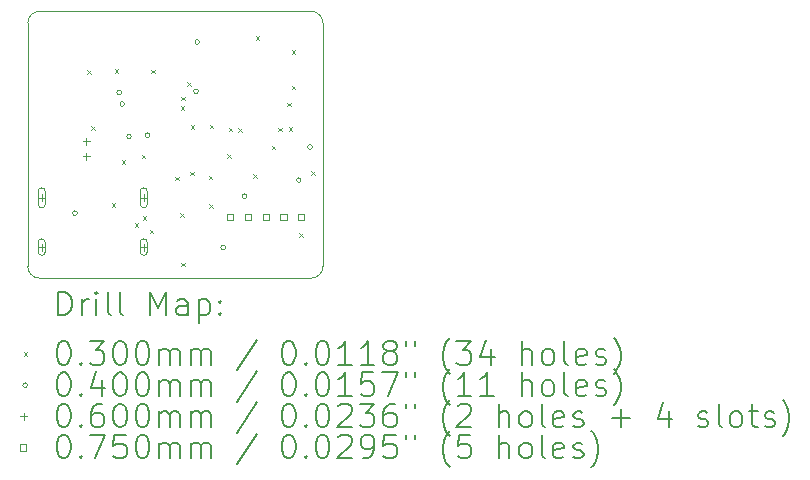
<source format=gbr>
%TF.GenerationSoftware,KiCad,Pcbnew,8.0.5-8.0.5-0~ubuntu22.04.1*%
%TF.CreationDate,2024-10-23T16:58:35-07:00*%
%TF.ProjectId,uSlime,75536c69-6d65-42e6-9b69-6361645f7063,rev?*%
%TF.SameCoordinates,Original*%
%TF.FileFunction,Drillmap*%
%TF.FilePolarity,Positive*%
%FSLAX45Y45*%
G04 Gerber Fmt 4.5, Leading zero omitted, Abs format (unit mm)*
G04 Created by KiCad (PCBNEW 8.0.5-8.0.5-0~ubuntu22.04.1) date 2024-10-23 16:58:35*
%MOMM*%
%LPD*%
G01*
G04 APERTURE LIST*
%ADD10C,0.050000*%
%ADD11C,0.200000*%
%ADD12C,0.100000*%
G04 APERTURE END LIST*
D10*
X12464289Y-8935711D02*
X10165000Y-8935000D01*
X10165000Y-11195000D02*
X12465000Y-11195000D01*
X12565000Y-11095000D02*
X12564289Y-9035711D01*
X10065000Y-9035000D02*
G75*
G02*
X10165000Y-8935000I100000J0D01*
G01*
X10065000Y-9035000D02*
X10065000Y-11095000D01*
X10165000Y-11195000D02*
G75*
G02*
X10065000Y-11095000I0J100000D01*
G01*
X12464289Y-8935711D02*
G75*
G02*
X12564289Y-9035711I1J-99999D01*
G01*
X12565000Y-11095000D02*
G75*
G02*
X12465000Y-11195000I-100000J0D01*
G01*
D11*
D12*
X10570000Y-9435000D02*
X10600000Y-9465000D01*
X10600000Y-9435000D02*
X10570000Y-9465000D01*
X10602500Y-9907500D02*
X10632500Y-9937500D01*
X10632500Y-9907500D02*
X10602500Y-9937500D01*
X10775000Y-10560000D02*
X10805000Y-10590000D01*
X10805000Y-10560000D02*
X10775000Y-10590000D01*
X10800000Y-9425000D02*
X10830000Y-9455000D01*
X10830000Y-9425000D02*
X10800000Y-9455000D01*
X10861000Y-10197300D02*
X10891000Y-10227300D01*
X10891000Y-10197300D02*
X10861000Y-10227300D01*
X10970000Y-10730000D02*
X11000000Y-10760000D01*
X11000000Y-10730000D02*
X10970000Y-10760000D01*
X11029633Y-10150000D02*
X11059633Y-10180000D01*
X11059633Y-10150000D02*
X11029633Y-10180000D01*
X11040000Y-10672300D02*
X11070000Y-10702300D01*
X11070000Y-10672300D02*
X11040000Y-10702300D01*
X11096363Y-10783276D02*
X11126363Y-10813276D01*
X11126363Y-10783276D02*
X11096363Y-10813276D01*
X11110000Y-9430000D02*
X11140000Y-9460000D01*
X11140000Y-9430000D02*
X11110000Y-9460000D01*
X11315979Y-10336517D02*
X11345979Y-10366517D01*
X11345979Y-10336517D02*
X11315979Y-10366517D01*
X11358022Y-10645439D02*
X11388022Y-10675439D01*
X11388022Y-10645439D02*
X11358022Y-10675439D01*
X11361700Y-9740000D02*
X11391700Y-9770000D01*
X11391700Y-9740000D02*
X11361700Y-9770000D01*
X11365000Y-9660000D02*
X11395000Y-9690000D01*
X11395000Y-9660000D02*
X11365000Y-9690000D01*
X11365446Y-11065000D02*
X11395446Y-11095000D01*
X11395446Y-11065000D02*
X11365446Y-11095000D01*
X11417300Y-9535000D02*
X11447300Y-9565000D01*
X11447300Y-9535000D02*
X11417300Y-9565000D01*
X11442300Y-10295000D02*
X11472300Y-10325000D01*
X11472300Y-10295000D02*
X11442300Y-10325000D01*
X11445000Y-9900000D02*
X11475000Y-9930000D01*
X11475000Y-9900000D02*
X11445000Y-9930000D01*
X11596284Y-10327607D02*
X11626284Y-10357607D01*
X11626284Y-10327607D02*
X11596284Y-10357607D01*
X11602467Y-10568267D02*
X11632467Y-10598267D01*
X11632467Y-10568267D02*
X11602467Y-10598267D01*
X11605000Y-9896422D02*
X11635000Y-9926422D01*
X11635000Y-9896422D02*
X11605000Y-9926422D01*
X11752300Y-10145000D02*
X11782300Y-10175000D01*
X11782300Y-10145000D02*
X11752300Y-10175000D01*
X11765000Y-9920000D02*
X11795000Y-9950000D01*
X11795000Y-9920000D02*
X11765000Y-9950000D01*
X11845000Y-9925000D02*
X11875000Y-9955000D01*
X11875000Y-9925000D02*
X11845000Y-9955000D01*
X11975000Y-10313400D02*
X12005000Y-10343400D01*
X12005000Y-10313400D02*
X11975000Y-10343400D01*
X11995000Y-9145000D02*
X12025000Y-9175000D01*
X12025000Y-9145000D02*
X11995000Y-9175000D01*
X12130495Y-10072598D02*
X12160495Y-10102598D01*
X12160495Y-10072598D02*
X12130495Y-10102598D01*
X12187300Y-9922804D02*
X12217300Y-9952804D01*
X12217300Y-9922804D02*
X12187300Y-9952804D01*
X12264000Y-9710000D02*
X12294000Y-9740000D01*
X12294000Y-9710000D02*
X12264000Y-9740000D01*
X12274925Y-9916526D02*
X12304925Y-9946526D01*
X12304925Y-9916526D02*
X12274925Y-9946526D01*
X12300000Y-9265000D02*
X12330000Y-9295000D01*
X12330000Y-9265000D02*
X12300000Y-9295000D01*
X12300000Y-9565000D02*
X12330000Y-9595000D01*
X12330000Y-9565000D02*
X12300000Y-9595000D01*
X12365000Y-10815400D02*
X12395000Y-10845400D01*
X12395000Y-10815400D02*
X12365000Y-10845400D01*
X12467463Y-10290224D02*
X12497463Y-10320224D01*
X12497463Y-10290224D02*
X12467463Y-10320224D01*
X10485000Y-10645000D02*
G75*
G02*
X10445000Y-10645000I-20000J0D01*
G01*
X10445000Y-10645000D02*
G75*
G02*
X10485000Y-10645000I20000J0D01*
G01*
X10860000Y-9625000D02*
G75*
G02*
X10820000Y-9625000I-20000J0D01*
G01*
X10820000Y-9625000D02*
G75*
G02*
X10860000Y-9625000I20000J0D01*
G01*
X10885000Y-9720000D02*
G75*
G02*
X10845000Y-9720000I-20000J0D01*
G01*
X10845000Y-9720000D02*
G75*
G02*
X10885000Y-9720000I20000J0D01*
G01*
X10942300Y-9995000D02*
G75*
G02*
X10902300Y-9995000I-20000J0D01*
G01*
X10902300Y-9995000D02*
G75*
G02*
X10942300Y-9995000I20000J0D01*
G01*
X11100000Y-9985000D02*
G75*
G02*
X11060000Y-9985000I-20000J0D01*
G01*
X11060000Y-9985000D02*
G75*
G02*
X11100000Y-9985000I20000J0D01*
G01*
X11510000Y-9612300D02*
G75*
G02*
X11470000Y-9612300I-20000J0D01*
G01*
X11470000Y-9612300D02*
G75*
G02*
X11510000Y-9612300I20000J0D01*
G01*
X11520000Y-9195000D02*
G75*
G02*
X11480000Y-9195000I-20000J0D01*
G01*
X11480000Y-9195000D02*
G75*
G02*
X11520000Y-9195000I20000J0D01*
G01*
X11740000Y-10935000D02*
G75*
G02*
X11700000Y-10935000I-20000J0D01*
G01*
X11700000Y-10935000D02*
G75*
G02*
X11740000Y-10935000I20000J0D01*
G01*
X11920000Y-10500000D02*
G75*
G02*
X11880000Y-10500000I-20000J0D01*
G01*
X11880000Y-10500000D02*
G75*
G02*
X11920000Y-10500000I20000J0D01*
G01*
X12380000Y-10365000D02*
G75*
G02*
X12340000Y-10365000I-20000J0D01*
G01*
X12340000Y-10365000D02*
G75*
G02*
X12380000Y-10365000I20000J0D01*
G01*
X12475000Y-10085000D02*
G75*
G02*
X12435000Y-10085000I-20000J0D01*
G01*
X12435000Y-10085000D02*
G75*
G02*
X12475000Y-10085000I20000J0D01*
G01*
X10183000Y-10484500D02*
X10183000Y-10544500D01*
X10153000Y-10514500D02*
X10213000Y-10514500D01*
X10153000Y-10459500D02*
X10153000Y-10569500D01*
X10213000Y-10569500D02*
G75*
G02*
X10153000Y-10569500I-30000J0D01*
G01*
X10213000Y-10569500D02*
X10213000Y-10459500D01*
X10213000Y-10459500D02*
G75*
G03*
X10153000Y-10459500I-30000J0D01*
G01*
X10183000Y-10902500D02*
X10183000Y-10962500D01*
X10153000Y-10932500D02*
X10213000Y-10932500D01*
X10153000Y-10892500D02*
X10153000Y-10972500D01*
X10213000Y-10972500D02*
G75*
G02*
X10153000Y-10972500I-30000J0D01*
G01*
X10213000Y-10972500D02*
X10213000Y-10892500D01*
X10213000Y-10892500D02*
G75*
G03*
X10153000Y-10892500I-30000J0D01*
G01*
X10561900Y-10007500D02*
X10561900Y-10067500D01*
X10531900Y-10037500D02*
X10591900Y-10037500D01*
X10561900Y-10132500D02*
X10561900Y-10192500D01*
X10531900Y-10162500D02*
X10591900Y-10162500D01*
X11047000Y-10484500D02*
X11047000Y-10544500D01*
X11017000Y-10514500D02*
X11077000Y-10514500D01*
X11017000Y-10459500D02*
X11017000Y-10569500D01*
X11077000Y-10569500D02*
G75*
G02*
X11017000Y-10569500I-30000J0D01*
G01*
X11077000Y-10569500D02*
X11077000Y-10459500D01*
X11077000Y-10459500D02*
G75*
G03*
X11017000Y-10459500I-30000J0D01*
G01*
X11047000Y-10902500D02*
X11047000Y-10962500D01*
X11017000Y-10932500D02*
X11077000Y-10932500D01*
X11017000Y-10892500D02*
X11017000Y-10972500D01*
X11077000Y-10972500D02*
G75*
G02*
X11017000Y-10972500I-30000J0D01*
G01*
X11077000Y-10972500D02*
X11077000Y-10892500D01*
X11077000Y-10892500D02*
G75*
G03*
X11017000Y-10892500I-30000J0D01*
G01*
X11806017Y-10706517D02*
X11806017Y-10653483D01*
X11752983Y-10653483D01*
X11752983Y-10706517D01*
X11806017Y-10706517D01*
X11956017Y-10706517D02*
X11956017Y-10653483D01*
X11902983Y-10653483D01*
X11902983Y-10706517D01*
X11956017Y-10706517D01*
X12106017Y-10706517D02*
X12106017Y-10653483D01*
X12052983Y-10653483D01*
X12052983Y-10706517D01*
X12106017Y-10706517D01*
X12256017Y-10706517D02*
X12256017Y-10653483D01*
X12202983Y-10653483D01*
X12202983Y-10706517D01*
X12256017Y-10706517D01*
X12406017Y-10706517D02*
X12406017Y-10653483D01*
X12352983Y-10653483D01*
X12352983Y-10706517D01*
X12406017Y-10706517D01*
D11*
X10323277Y-11508984D02*
X10323277Y-11308984D01*
X10323277Y-11308984D02*
X10370896Y-11308984D01*
X10370896Y-11308984D02*
X10399467Y-11318508D01*
X10399467Y-11318508D02*
X10418515Y-11337555D01*
X10418515Y-11337555D02*
X10428039Y-11356603D01*
X10428039Y-11356603D02*
X10437563Y-11394698D01*
X10437563Y-11394698D02*
X10437563Y-11423269D01*
X10437563Y-11423269D02*
X10428039Y-11461365D01*
X10428039Y-11461365D02*
X10418515Y-11480412D01*
X10418515Y-11480412D02*
X10399467Y-11499460D01*
X10399467Y-11499460D02*
X10370896Y-11508984D01*
X10370896Y-11508984D02*
X10323277Y-11508984D01*
X10523277Y-11508984D02*
X10523277Y-11375650D01*
X10523277Y-11413746D02*
X10532801Y-11394698D01*
X10532801Y-11394698D02*
X10542324Y-11385174D01*
X10542324Y-11385174D02*
X10561372Y-11375650D01*
X10561372Y-11375650D02*
X10580420Y-11375650D01*
X10647086Y-11508984D02*
X10647086Y-11375650D01*
X10647086Y-11308984D02*
X10637563Y-11318508D01*
X10637563Y-11318508D02*
X10647086Y-11328031D01*
X10647086Y-11328031D02*
X10656610Y-11318508D01*
X10656610Y-11318508D02*
X10647086Y-11308984D01*
X10647086Y-11308984D02*
X10647086Y-11328031D01*
X10770896Y-11508984D02*
X10751848Y-11499460D01*
X10751848Y-11499460D02*
X10742324Y-11480412D01*
X10742324Y-11480412D02*
X10742324Y-11308984D01*
X10875658Y-11508984D02*
X10856610Y-11499460D01*
X10856610Y-11499460D02*
X10847086Y-11480412D01*
X10847086Y-11480412D02*
X10847086Y-11308984D01*
X11104229Y-11508984D02*
X11104229Y-11308984D01*
X11104229Y-11308984D02*
X11170896Y-11451841D01*
X11170896Y-11451841D02*
X11237562Y-11308984D01*
X11237562Y-11308984D02*
X11237562Y-11508984D01*
X11418515Y-11508984D02*
X11418515Y-11404222D01*
X11418515Y-11404222D02*
X11408991Y-11385174D01*
X11408991Y-11385174D02*
X11389943Y-11375650D01*
X11389943Y-11375650D02*
X11351848Y-11375650D01*
X11351848Y-11375650D02*
X11332801Y-11385174D01*
X11418515Y-11499460D02*
X11399467Y-11508984D01*
X11399467Y-11508984D02*
X11351848Y-11508984D01*
X11351848Y-11508984D02*
X11332801Y-11499460D01*
X11332801Y-11499460D02*
X11323277Y-11480412D01*
X11323277Y-11480412D02*
X11323277Y-11461365D01*
X11323277Y-11461365D02*
X11332801Y-11442317D01*
X11332801Y-11442317D02*
X11351848Y-11432793D01*
X11351848Y-11432793D02*
X11399467Y-11432793D01*
X11399467Y-11432793D02*
X11418515Y-11423269D01*
X11513753Y-11375650D02*
X11513753Y-11575650D01*
X11513753Y-11385174D02*
X11532801Y-11375650D01*
X11532801Y-11375650D02*
X11570896Y-11375650D01*
X11570896Y-11375650D02*
X11589943Y-11385174D01*
X11589943Y-11385174D02*
X11599467Y-11394698D01*
X11599467Y-11394698D02*
X11608991Y-11413746D01*
X11608991Y-11413746D02*
X11608991Y-11470888D01*
X11608991Y-11470888D02*
X11599467Y-11489936D01*
X11599467Y-11489936D02*
X11589943Y-11499460D01*
X11589943Y-11499460D02*
X11570896Y-11508984D01*
X11570896Y-11508984D02*
X11532801Y-11508984D01*
X11532801Y-11508984D02*
X11513753Y-11499460D01*
X11694705Y-11489936D02*
X11704229Y-11499460D01*
X11704229Y-11499460D02*
X11694705Y-11508984D01*
X11694705Y-11508984D02*
X11685182Y-11499460D01*
X11685182Y-11499460D02*
X11694705Y-11489936D01*
X11694705Y-11489936D02*
X11694705Y-11508984D01*
X11694705Y-11385174D02*
X11704229Y-11394698D01*
X11704229Y-11394698D02*
X11694705Y-11404222D01*
X11694705Y-11404222D02*
X11685182Y-11394698D01*
X11685182Y-11394698D02*
X11694705Y-11385174D01*
X11694705Y-11385174D02*
X11694705Y-11404222D01*
D12*
X10032500Y-11822500D02*
X10062500Y-11852500D01*
X10062500Y-11822500D02*
X10032500Y-11852500D01*
D11*
X10361372Y-11728984D02*
X10380420Y-11728984D01*
X10380420Y-11728984D02*
X10399467Y-11738508D01*
X10399467Y-11738508D02*
X10408991Y-11748031D01*
X10408991Y-11748031D02*
X10418515Y-11767079D01*
X10418515Y-11767079D02*
X10428039Y-11805174D01*
X10428039Y-11805174D02*
X10428039Y-11852793D01*
X10428039Y-11852793D02*
X10418515Y-11890888D01*
X10418515Y-11890888D02*
X10408991Y-11909936D01*
X10408991Y-11909936D02*
X10399467Y-11919460D01*
X10399467Y-11919460D02*
X10380420Y-11928984D01*
X10380420Y-11928984D02*
X10361372Y-11928984D01*
X10361372Y-11928984D02*
X10342324Y-11919460D01*
X10342324Y-11919460D02*
X10332801Y-11909936D01*
X10332801Y-11909936D02*
X10323277Y-11890888D01*
X10323277Y-11890888D02*
X10313753Y-11852793D01*
X10313753Y-11852793D02*
X10313753Y-11805174D01*
X10313753Y-11805174D02*
X10323277Y-11767079D01*
X10323277Y-11767079D02*
X10332801Y-11748031D01*
X10332801Y-11748031D02*
X10342324Y-11738508D01*
X10342324Y-11738508D02*
X10361372Y-11728984D01*
X10513753Y-11909936D02*
X10523277Y-11919460D01*
X10523277Y-11919460D02*
X10513753Y-11928984D01*
X10513753Y-11928984D02*
X10504229Y-11919460D01*
X10504229Y-11919460D02*
X10513753Y-11909936D01*
X10513753Y-11909936D02*
X10513753Y-11928984D01*
X10589944Y-11728984D02*
X10713753Y-11728984D01*
X10713753Y-11728984D02*
X10647086Y-11805174D01*
X10647086Y-11805174D02*
X10675658Y-11805174D01*
X10675658Y-11805174D02*
X10694705Y-11814698D01*
X10694705Y-11814698D02*
X10704229Y-11824222D01*
X10704229Y-11824222D02*
X10713753Y-11843269D01*
X10713753Y-11843269D02*
X10713753Y-11890888D01*
X10713753Y-11890888D02*
X10704229Y-11909936D01*
X10704229Y-11909936D02*
X10694705Y-11919460D01*
X10694705Y-11919460D02*
X10675658Y-11928984D01*
X10675658Y-11928984D02*
X10618515Y-11928984D01*
X10618515Y-11928984D02*
X10599467Y-11919460D01*
X10599467Y-11919460D02*
X10589944Y-11909936D01*
X10837563Y-11728984D02*
X10856610Y-11728984D01*
X10856610Y-11728984D02*
X10875658Y-11738508D01*
X10875658Y-11738508D02*
X10885182Y-11748031D01*
X10885182Y-11748031D02*
X10894705Y-11767079D01*
X10894705Y-11767079D02*
X10904229Y-11805174D01*
X10904229Y-11805174D02*
X10904229Y-11852793D01*
X10904229Y-11852793D02*
X10894705Y-11890888D01*
X10894705Y-11890888D02*
X10885182Y-11909936D01*
X10885182Y-11909936D02*
X10875658Y-11919460D01*
X10875658Y-11919460D02*
X10856610Y-11928984D01*
X10856610Y-11928984D02*
X10837563Y-11928984D01*
X10837563Y-11928984D02*
X10818515Y-11919460D01*
X10818515Y-11919460D02*
X10808991Y-11909936D01*
X10808991Y-11909936D02*
X10799467Y-11890888D01*
X10799467Y-11890888D02*
X10789944Y-11852793D01*
X10789944Y-11852793D02*
X10789944Y-11805174D01*
X10789944Y-11805174D02*
X10799467Y-11767079D01*
X10799467Y-11767079D02*
X10808991Y-11748031D01*
X10808991Y-11748031D02*
X10818515Y-11738508D01*
X10818515Y-11738508D02*
X10837563Y-11728984D01*
X11028039Y-11728984D02*
X11047086Y-11728984D01*
X11047086Y-11728984D02*
X11066134Y-11738508D01*
X11066134Y-11738508D02*
X11075658Y-11748031D01*
X11075658Y-11748031D02*
X11085182Y-11767079D01*
X11085182Y-11767079D02*
X11094705Y-11805174D01*
X11094705Y-11805174D02*
X11094705Y-11852793D01*
X11094705Y-11852793D02*
X11085182Y-11890888D01*
X11085182Y-11890888D02*
X11075658Y-11909936D01*
X11075658Y-11909936D02*
X11066134Y-11919460D01*
X11066134Y-11919460D02*
X11047086Y-11928984D01*
X11047086Y-11928984D02*
X11028039Y-11928984D01*
X11028039Y-11928984D02*
X11008991Y-11919460D01*
X11008991Y-11919460D02*
X10999467Y-11909936D01*
X10999467Y-11909936D02*
X10989944Y-11890888D01*
X10989944Y-11890888D02*
X10980420Y-11852793D01*
X10980420Y-11852793D02*
X10980420Y-11805174D01*
X10980420Y-11805174D02*
X10989944Y-11767079D01*
X10989944Y-11767079D02*
X10999467Y-11748031D01*
X10999467Y-11748031D02*
X11008991Y-11738508D01*
X11008991Y-11738508D02*
X11028039Y-11728984D01*
X11180420Y-11928984D02*
X11180420Y-11795650D01*
X11180420Y-11814698D02*
X11189943Y-11805174D01*
X11189943Y-11805174D02*
X11208991Y-11795650D01*
X11208991Y-11795650D02*
X11237563Y-11795650D01*
X11237563Y-11795650D02*
X11256610Y-11805174D01*
X11256610Y-11805174D02*
X11266134Y-11824222D01*
X11266134Y-11824222D02*
X11266134Y-11928984D01*
X11266134Y-11824222D02*
X11275658Y-11805174D01*
X11275658Y-11805174D02*
X11294705Y-11795650D01*
X11294705Y-11795650D02*
X11323277Y-11795650D01*
X11323277Y-11795650D02*
X11342324Y-11805174D01*
X11342324Y-11805174D02*
X11351848Y-11824222D01*
X11351848Y-11824222D02*
X11351848Y-11928984D01*
X11447086Y-11928984D02*
X11447086Y-11795650D01*
X11447086Y-11814698D02*
X11456610Y-11805174D01*
X11456610Y-11805174D02*
X11475658Y-11795650D01*
X11475658Y-11795650D02*
X11504229Y-11795650D01*
X11504229Y-11795650D02*
X11523277Y-11805174D01*
X11523277Y-11805174D02*
X11532801Y-11824222D01*
X11532801Y-11824222D02*
X11532801Y-11928984D01*
X11532801Y-11824222D02*
X11542324Y-11805174D01*
X11542324Y-11805174D02*
X11561372Y-11795650D01*
X11561372Y-11795650D02*
X11589943Y-11795650D01*
X11589943Y-11795650D02*
X11608991Y-11805174D01*
X11608991Y-11805174D02*
X11618515Y-11824222D01*
X11618515Y-11824222D02*
X11618515Y-11928984D01*
X12008991Y-11719460D02*
X11837563Y-11976603D01*
X12266134Y-11728984D02*
X12285182Y-11728984D01*
X12285182Y-11728984D02*
X12304229Y-11738508D01*
X12304229Y-11738508D02*
X12313753Y-11748031D01*
X12313753Y-11748031D02*
X12323277Y-11767079D01*
X12323277Y-11767079D02*
X12332801Y-11805174D01*
X12332801Y-11805174D02*
X12332801Y-11852793D01*
X12332801Y-11852793D02*
X12323277Y-11890888D01*
X12323277Y-11890888D02*
X12313753Y-11909936D01*
X12313753Y-11909936D02*
X12304229Y-11919460D01*
X12304229Y-11919460D02*
X12285182Y-11928984D01*
X12285182Y-11928984D02*
X12266134Y-11928984D01*
X12266134Y-11928984D02*
X12247086Y-11919460D01*
X12247086Y-11919460D02*
X12237563Y-11909936D01*
X12237563Y-11909936D02*
X12228039Y-11890888D01*
X12228039Y-11890888D02*
X12218515Y-11852793D01*
X12218515Y-11852793D02*
X12218515Y-11805174D01*
X12218515Y-11805174D02*
X12228039Y-11767079D01*
X12228039Y-11767079D02*
X12237563Y-11748031D01*
X12237563Y-11748031D02*
X12247086Y-11738508D01*
X12247086Y-11738508D02*
X12266134Y-11728984D01*
X12418515Y-11909936D02*
X12428039Y-11919460D01*
X12428039Y-11919460D02*
X12418515Y-11928984D01*
X12418515Y-11928984D02*
X12408991Y-11919460D01*
X12408991Y-11919460D02*
X12418515Y-11909936D01*
X12418515Y-11909936D02*
X12418515Y-11928984D01*
X12551848Y-11728984D02*
X12570896Y-11728984D01*
X12570896Y-11728984D02*
X12589944Y-11738508D01*
X12589944Y-11738508D02*
X12599467Y-11748031D01*
X12599467Y-11748031D02*
X12608991Y-11767079D01*
X12608991Y-11767079D02*
X12618515Y-11805174D01*
X12618515Y-11805174D02*
X12618515Y-11852793D01*
X12618515Y-11852793D02*
X12608991Y-11890888D01*
X12608991Y-11890888D02*
X12599467Y-11909936D01*
X12599467Y-11909936D02*
X12589944Y-11919460D01*
X12589944Y-11919460D02*
X12570896Y-11928984D01*
X12570896Y-11928984D02*
X12551848Y-11928984D01*
X12551848Y-11928984D02*
X12532801Y-11919460D01*
X12532801Y-11919460D02*
X12523277Y-11909936D01*
X12523277Y-11909936D02*
X12513753Y-11890888D01*
X12513753Y-11890888D02*
X12504229Y-11852793D01*
X12504229Y-11852793D02*
X12504229Y-11805174D01*
X12504229Y-11805174D02*
X12513753Y-11767079D01*
X12513753Y-11767079D02*
X12523277Y-11748031D01*
X12523277Y-11748031D02*
X12532801Y-11738508D01*
X12532801Y-11738508D02*
X12551848Y-11728984D01*
X12808991Y-11928984D02*
X12694706Y-11928984D01*
X12751848Y-11928984D02*
X12751848Y-11728984D01*
X12751848Y-11728984D02*
X12732801Y-11757555D01*
X12732801Y-11757555D02*
X12713753Y-11776603D01*
X12713753Y-11776603D02*
X12694706Y-11786127D01*
X12999467Y-11928984D02*
X12885182Y-11928984D01*
X12942325Y-11928984D02*
X12942325Y-11728984D01*
X12942325Y-11728984D02*
X12923277Y-11757555D01*
X12923277Y-11757555D02*
X12904229Y-11776603D01*
X12904229Y-11776603D02*
X12885182Y-11786127D01*
X13113753Y-11814698D02*
X13094706Y-11805174D01*
X13094706Y-11805174D02*
X13085182Y-11795650D01*
X13085182Y-11795650D02*
X13075658Y-11776603D01*
X13075658Y-11776603D02*
X13075658Y-11767079D01*
X13075658Y-11767079D02*
X13085182Y-11748031D01*
X13085182Y-11748031D02*
X13094706Y-11738508D01*
X13094706Y-11738508D02*
X13113753Y-11728984D01*
X13113753Y-11728984D02*
X13151848Y-11728984D01*
X13151848Y-11728984D02*
X13170896Y-11738508D01*
X13170896Y-11738508D02*
X13180420Y-11748031D01*
X13180420Y-11748031D02*
X13189944Y-11767079D01*
X13189944Y-11767079D02*
X13189944Y-11776603D01*
X13189944Y-11776603D02*
X13180420Y-11795650D01*
X13180420Y-11795650D02*
X13170896Y-11805174D01*
X13170896Y-11805174D02*
X13151848Y-11814698D01*
X13151848Y-11814698D02*
X13113753Y-11814698D01*
X13113753Y-11814698D02*
X13094706Y-11824222D01*
X13094706Y-11824222D02*
X13085182Y-11833746D01*
X13085182Y-11833746D02*
X13075658Y-11852793D01*
X13075658Y-11852793D02*
X13075658Y-11890888D01*
X13075658Y-11890888D02*
X13085182Y-11909936D01*
X13085182Y-11909936D02*
X13094706Y-11919460D01*
X13094706Y-11919460D02*
X13113753Y-11928984D01*
X13113753Y-11928984D02*
X13151848Y-11928984D01*
X13151848Y-11928984D02*
X13170896Y-11919460D01*
X13170896Y-11919460D02*
X13180420Y-11909936D01*
X13180420Y-11909936D02*
X13189944Y-11890888D01*
X13189944Y-11890888D02*
X13189944Y-11852793D01*
X13189944Y-11852793D02*
X13180420Y-11833746D01*
X13180420Y-11833746D02*
X13170896Y-11824222D01*
X13170896Y-11824222D02*
X13151848Y-11814698D01*
X13266134Y-11728984D02*
X13266134Y-11767079D01*
X13342325Y-11728984D02*
X13342325Y-11767079D01*
X13637563Y-12005174D02*
X13628039Y-11995650D01*
X13628039Y-11995650D02*
X13608991Y-11967079D01*
X13608991Y-11967079D02*
X13599468Y-11948031D01*
X13599468Y-11948031D02*
X13589944Y-11919460D01*
X13589944Y-11919460D02*
X13580420Y-11871841D01*
X13580420Y-11871841D02*
X13580420Y-11833746D01*
X13580420Y-11833746D02*
X13589944Y-11786127D01*
X13589944Y-11786127D02*
X13599468Y-11757555D01*
X13599468Y-11757555D02*
X13608991Y-11738508D01*
X13608991Y-11738508D02*
X13628039Y-11709936D01*
X13628039Y-11709936D02*
X13637563Y-11700412D01*
X13694706Y-11728984D02*
X13818515Y-11728984D01*
X13818515Y-11728984D02*
X13751848Y-11805174D01*
X13751848Y-11805174D02*
X13780420Y-11805174D01*
X13780420Y-11805174D02*
X13799468Y-11814698D01*
X13799468Y-11814698D02*
X13808991Y-11824222D01*
X13808991Y-11824222D02*
X13818515Y-11843269D01*
X13818515Y-11843269D02*
X13818515Y-11890888D01*
X13818515Y-11890888D02*
X13808991Y-11909936D01*
X13808991Y-11909936D02*
X13799468Y-11919460D01*
X13799468Y-11919460D02*
X13780420Y-11928984D01*
X13780420Y-11928984D02*
X13723277Y-11928984D01*
X13723277Y-11928984D02*
X13704229Y-11919460D01*
X13704229Y-11919460D02*
X13694706Y-11909936D01*
X13989944Y-11795650D02*
X13989944Y-11928984D01*
X13942325Y-11719460D02*
X13894706Y-11862317D01*
X13894706Y-11862317D02*
X14018515Y-11862317D01*
X14247087Y-11928984D02*
X14247087Y-11728984D01*
X14332801Y-11928984D02*
X14332801Y-11824222D01*
X14332801Y-11824222D02*
X14323277Y-11805174D01*
X14323277Y-11805174D02*
X14304230Y-11795650D01*
X14304230Y-11795650D02*
X14275658Y-11795650D01*
X14275658Y-11795650D02*
X14256610Y-11805174D01*
X14256610Y-11805174D02*
X14247087Y-11814698D01*
X14456610Y-11928984D02*
X14437563Y-11919460D01*
X14437563Y-11919460D02*
X14428039Y-11909936D01*
X14428039Y-11909936D02*
X14418515Y-11890888D01*
X14418515Y-11890888D02*
X14418515Y-11833746D01*
X14418515Y-11833746D02*
X14428039Y-11814698D01*
X14428039Y-11814698D02*
X14437563Y-11805174D01*
X14437563Y-11805174D02*
X14456610Y-11795650D01*
X14456610Y-11795650D02*
X14485182Y-11795650D01*
X14485182Y-11795650D02*
X14504230Y-11805174D01*
X14504230Y-11805174D02*
X14513753Y-11814698D01*
X14513753Y-11814698D02*
X14523277Y-11833746D01*
X14523277Y-11833746D02*
X14523277Y-11890888D01*
X14523277Y-11890888D02*
X14513753Y-11909936D01*
X14513753Y-11909936D02*
X14504230Y-11919460D01*
X14504230Y-11919460D02*
X14485182Y-11928984D01*
X14485182Y-11928984D02*
X14456610Y-11928984D01*
X14637563Y-11928984D02*
X14618515Y-11919460D01*
X14618515Y-11919460D02*
X14608991Y-11900412D01*
X14608991Y-11900412D02*
X14608991Y-11728984D01*
X14789944Y-11919460D02*
X14770896Y-11928984D01*
X14770896Y-11928984D02*
X14732801Y-11928984D01*
X14732801Y-11928984D02*
X14713753Y-11919460D01*
X14713753Y-11919460D02*
X14704230Y-11900412D01*
X14704230Y-11900412D02*
X14704230Y-11824222D01*
X14704230Y-11824222D02*
X14713753Y-11805174D01*
X14713753Y-11805174D02*
X14732801Y-11795650D01*
X14732801Y-11795650D02*
X14770896Y-11795650D01*
X14770896Y-11795650D02*
X14789944Y-11805174D01*
X14789944Y-11805174D02*
X14799468Y-11824222D01*
X14799468Y-11824222D02*
X14799468Y-11843269D01*
X14799468Y-11843269D02*
X14704230Y-11862317D01*
X14875658Y-11919460D02*
X14894706Y-11928984D01*
X14894706Y-11928984D02*
X14932801Y-11928984D01*
X14932801Y-11928984D02*
X14951849Y-11919460D01*
X14951849Y-11919460D02*
X14961372Y-11900412D01*
X14961372Y-11900412D02*
X14961372Y-11890888D01*
X14961372Y-11890888D02*
X14951849Y-11871841D01*
X14951849Y-11871841D02*
X14932801Y-11862317D01*
X14932801Y-11862317D02*
X14904230Y-11862317D01*
X14904230Y-11862317D02*
X14885182Y-11852793D01*
X14885182Y-11852793D02*
X14875658Y-11833746D01*
X14875658Y-11833746D02*
X14875658Y-11824222D01*
X14875658Y-11824222D02*
X14885182Y-11805174D01*
X14885182Y-11805174D02*
X14904230Y-11795650D01*
X14904230Y-11795650D02*
X14932801Y-11795650D01*
X14932801Y-11795650D02*
X14951849Y-11805174D01*
X15028039Y-12005174D02*
X15037563Y-11995650D01*
X15037563Y-11995650D02*
X15056611Y-11967079D01*
X15056611Y-11967079D02*
X15066134Y-11948031D01*
X15066134Y-11948031D02*
X15075658Y-11919460D01*
X15075658Y-11919460D02*
X15085182Y-11871841D01*
X15085182Y-11871841D02*
X15085182Y-11833746D01*
X15085182Y-11833746D02*
X15075658Y-11786127D01*
X15075658Y-11786127D02*
X15066134Y-11757555D01*
X15066134Y-11757555D02*
X15056611Y-11738508D01*
X15056611Y-11738508D02*
X15037563Y-11709936D01*
X15037563Y-11709936D02*
X15028039Y-11700412D01*
D12*
X10062500Y-12101500D02*
G75*
G02*
X10022500Y-12101500I-20000J0D01*
G01*
X10022500Y-12101500D02*
G75*
G02*
X10062500Y-12101500I20000J0D01*
G01*
D11*
X10361372Y-11992984D02*
X10380420Y-11992984D01*
X10380420Y-11992984D02*
X10399467Y-12002508D01*
X10399467Y-12002508D02*
X10408991Y-12012031D01*
X10408991Y-12012031D02*
X10418515Y-12031079D01*
X10418515Y-12031079D02*
X10428039Y-12069174D01*
X10428039Y-12069174D02*
X10428039Y-12116793D01*
X10428039Y-12116793D02*
X10418515Y-12154888D01*
X10418515Y-12154888D02*
X10408991Y-12173936D01*
X10408991Y-12173936D02*
X10399467Y-12183460D01*
X10399467Y-12183460D02*
X10380420Y-12192984D01*
X10380420Y-12192984D02*
X10361372Y-12192984D01*
X10361372Y-12192984D02*
X10342324Y-12183460D01*
X10342324Y-12183460D02*
X10332801Y-12173936D01*
X10332801Y-12173936D02*
X10323277Y-12154888D01*
X10323277Y-12154888D02*
X10313753Y-12116793D01*
X10313753Y-12116793D02*
X10313753Y-12069174D01*
X10313753Y-12069174D02*
X10323277Y-12031079D01*
X10323277Y-12031079D02*
X10332801Y-12012031D01*
X10332801Y-12012031D02*
X10342324Y-12002508D01*
X10342324Y-12002508D02*
X10361372Y-11992984D01*
X10513753Y-12173936D02*
X10523277Y-12183460D01*
X10523277Y-12183460D02*
X10513753Y-12192984D01*
X10513753Y-12192984D02*
X10504229Y-12183460D01*
X10504229Y-12183460D02*
X10513753Y-12173936D01*
X10513753Y-12173936D02*
X10513753Y-12192984D01*
X10694705Y-12059650D02*
X10694705Y-12192984D01*
X10647086Y-11983460D02*
X10599467Y-12126317D01*
X10599467Y-12126317D02*
X10723277Y-12126317D01*
X10837563Y-11992984D02*
X10856610Y-11992984D01*
X10856610Y-11992984D02*
X10875658Y-12002508D01*
X10875658Y-12002508D02*
X10885182Y-12012031D01*
X10885182Y-12012031D02*
X10894705Y-12031079D01*
X10894705Y-12031079D02*
X10904229Y-12069174D01*
X10904229Y-12069174D02*
X10904229Y-12116793D01*
X10904229Y-12116793D02*
X10894705Y-12154888D01*
X10894705Y-12154888D02*
X10885182Y-12173936D01*
X10885182Y-12173936D02*
X10875658Y-12183460D01*
X10875658Y-12183460D02*
X10856610Y-12192984D01*
X10856610Y-12192984D02*
X10837563Y-12192984D01*
X10837563Y-12192984D02*
X10818515Y-12183460D01*
X10818515Y-12183460D02*
X10808991Y-12173936D01*
X10808991Y-12173936D02*
X10799467Y-12154888D01*
X10799467Y-12154888D02*
X10789944Y-12116793D01*
X10789944Y-12116793D02*
X10789944Y-12069174D01*
X10789944Y-12069174D02*
X10799467Y-12031079D01*
X10799467Y-12031079D02*
X10808991Y-12012031D01*
X10808991Y-12012031D02*
X10818515Y-12002508D01*
X10818515Y-12002508D02*
X10837563Y-11992984D01*
X11028039Y-11992984D02*
X11047086Y-11992984D01*
X11047086Y-11992984D02*
X11066134Y-12002508D01*
X11066134Y-12002508D02*
X11075658Y-12012031D01*
X11075658Y-12012031D02*
X11085182Y-12031079D01*
X11085182Y-12031079D02*
X11094705Y-12069174D01*
X11094705Y-12069174D02*
X11094705Y-12116793D01*
X11094705Y-12116793D02*
X11085182Y-12154888D01*
X11085182Y-12154888D02*
X11075658Y-12173936D01*
X11075658Y-12173936D02*
X11066134Y-12183460D01*
X11066134Y-12183460D02*
X11047086Y-12192984D01*
X11047086Y-12192984D02*
X11028039Y-12192984D01*
X11028039Y-12192984D02*
X11008991Y-12183460D01*
X11008991Y-12183460D02*
X10999467Y-12173936D01*
X10999467Y-12173936D02*
X10989944Y-12154888D01*
X10989944Y-12154888D02*
X10980420Y-12116793D01*
X10980420Y-12116793D02*
X10980420Y-12069174D01*
X10980420Y-12069174D02*
X10989944Y-12031079D01*
X10989944Y-12031079D02*
X10999467Y-12012031D01*
X10999467Y-12012031D02*
X11008991Y-12002508D01*
X11008991Y-12002508D02*
X11028039Y-11992984D01*
X11180420Y-12192984D02*
X11180420Y-12059650D01*
X11180420Y-12078698D02*
X11189943Y-12069174D01*
X11189943Y-12069174D02*
X11208991Y-12059650D01*
X11208991Y-12059650D02*
X11237563Y-12059650D01*
X11237563Y-12059650D02*
X11256610Y-12069174D01*
X11256610Y-12069174D02*
X11266134Y-12088222D01*
X11266134Y-12088222D02*
X11266134Y-12192984D01*
X11266134Y-12088222D02*
X11275658Y-12069174D01*
X11275658Y-12069174D02*
X11294705Y-12059650D01*
X11294705Y-12059650D02*
X11323277Y-12059650D01*
X11323277Y-12059650D02*
X11342324Y-12069174D01*
X11342324Y-12069174D02*
X11351848Y-12088222D01*
X11351848Y-12088222D02*
X11351848Y-12192984D01*
X11447086Y-12192984D02*
X11447086Y-12059650D01*
X11447086Y-12078698D02*
X11456610Y-12069174D01*
X11456610Y-12069174D02*
X11475658Y-12059650D01*
X11475658Y-12059650D02*
X11504229Y-12059650D01*
X11504229Y-12059650D02*
X11523277Y-12069174D01*
X11523277Y-12069174D02*
X11532801Y-12088222D01*
X11532801Y-12088222D02*
X11532801Y-12192984D01*
X11532801Y-12088222D02*
X11542324Y-12069174D01*
X11542324Y-12069174D02*
X11561372Y-12059650D01*
X11561372Y-12059650D02*
X11589943Y-12059650D01*
X11589943Y-12059650D02*
X11608991Y-12069174D01*
X11608991Y-12069174D02*
X11618515Y-12088222D01*
X11618515Y-12088222D02*
X11618515Y-12192984D01*
X12008991Y-11983460D02*
X11837563Y-12240603D01*
X12266134Y-11992984D02*
X12285182Y-11992984D01*
X12285182Y-11992984D02*
X12304229Y-12002508D01*
X12304229Y-12002508D02*
X12313753Y-12012031D01*
X12313753Y-12012031D02*
X12323277Y-12031079D01*
X12323277Y-12031079D02*
X12332801Y-12069174D01*
X12332801Y-12069174D02*
X12332801Y-12116793D01*
X12332801Y-12116793D02*
X12323277Y-12154888D01*
X12323277Y-12154888D02*
X12313753Y-12173936D01*
X12313753Y-12173936D02*
X12304229Y-12183460D01*
X12304229Y-12183460D02*
X12285182Y-12192984D01*
X12285182Y-12192984D02*
X12266134Y-12192984D01*
X12266134Y-12192984D02*
X12247086Y-12183460D01*
X12247086Y-12183460D02*
X12237563Y-12173936D01*
X12237563Y-12173936D02*
X12228039Y-12154888D01*
X12228039Y-12154888D02*
X12218515Y-12116793D01*
X12218515Y-12116793D02*
X12218515Y-12069174D01*
X12218515Y-12069174D02*
X12228039Y-12031079D01*
X12228039Y-12031079D02*
X12237563Y-12012031D01*
X12237563Y-12012031D02*
X12247086Y-12002508D01*
X12247086Y-12002508D02*
X12266134Y-11992984D01*
X12418515Y-12173936D02*
X12428039Y-12183460D01*
X12428039Y-12183460D02*
X12418515Y-12192984D01*
X12418515Y-12192984D02*
X12408991Y-12183460D01*
X12408991Y-12183460D02*
X12418515Y-12173936D01*
X12418515Y-12173936D02*
X12418515Y-12192984D01*
X12551848Y-11992984D02*
X12570896Y-11992984D01*
X12570896Y-11992984D02*
X12589944Y-12002508D01*
X12589944Y-12002508D02*
X12599467Y-12012031D01*
X12599467Y-12012031D02*
X12608991Y-12031079D01*
X12608991Y-12031079D02*
X12618515Y-12069174D01*
X12618515Y-12069174D02*
X12618515Y-12116793D01*
X12618515Y-12116793D02*
X12608991Y-12154888D01*
X12608991Y-12154888D02*
X12599467Y-12173936D01*
X12599467Y-12173936D02*
X12589944Y-12183460D01*
X12589944Y-12183460D02*
X12570896Y-12192984D01*
X12570896Y-12192984D02*
X12551848Y-12192984D01*
X12551848Y-12192984D02*
X12532801Y-12183460D01*
X12532801Y-12183460D02*
X12523277Y-12173936D01*
X12523277Y-12173936D02*
X12513753Y-12154888D01*
X12513753Y-12154888D02*
X12504229Y-12116793D01*
X12504229Y-12116793D02*
X12504229Y-12069174D01*
X12504229Y-12069174D02*
X12513753Y-12031079D01*
X12513753Y-12031079D02*
X12523277Y-12012031D01*
X12523277Y-12012031D02*
X12532801Y-12002508D01*
X12532801Y-12002508D02*
X12551848Y-11992984D01*
X12808991Y-12192984D02*
X12694706Y-12192984D01*
X12751848Y-12192984D02*
X12751848Y-11992984D01*
X12751848Y-11992984D02*
X12732801Y-12021555D01*
X12732801Y-12021555D02*
X12713753Y-12040603D01*
X12713753Y-12040603D02*
X12694706Y-12050127D01*
X12989944Y-11992984D02*
X12894706Y-11992984D01*
X12894706Y-11992984D02*
X12885182Y-12088222D01*
X12885182Y-12088222D02*
X12894706Y-12078698D01*
X12894706Y-12078698D02*
X12913753Y-12069174D01*
X12913753Y-12069174D02*
X12961372Y-12069174D01*
X12961372Y-12069174D02*
X12980420Y-12078698D01*
X12980420Y-12078698D02*
X12989944Y-12088222D01*
X12989944Y-12088222D02*
X12999467Y-12107269D01*
X12999467Y-12107269D02*
X12999467Y-12154888D01*
X12999467Y-12154888D02*
X12989944Y-12173936D01*
X12989944Y-12173936D02*
X12980420Y-12183460D01*
X12980420Y-12183460D02*
X12961372Y-12192984D01*
X12961372Y-12192984D02*
X12913753Y-12192984D01*
X12913753Y-12192984D02*
X12894706Y-12183460D01*
X12894706Y-12183460D02*
X12885182Y-12173936D01*
X13066134Y-11992984D02*
X13199467Y-11992984D01*
X13199467Y-11992984D02*
X13113753Y-12192984D01*
X13266134Y-11992984D02*
X13266134Y-12031079D01*
X13342325Y-11992984D02*
X13342325Y-12031079D01*
X13637563Y-12269174D02*
X13628039Y-12259650D01*
X13628039Y-12259650D02*
X13608991Y-12231079D01*
X13608991Y-12231079D02*
X13599468Y-12212031D01*
X13599468Y-12212031D02*
X13589944Y-12183460D01*
X13589944Y-12183460D02*
X13580420Y-12135841D01*
X13580420Y-12135841D02*
X13580420Y-12097746D01*
X13580420Y-12097746D02*
X13589944Y-12050127D01*
X13589944Y-12050127D02*
X13599468Y-12021555D01*
X13599468Y-12021555D02*
X13608991Y-12002508D01*
X13608991Y-12002508D02*
X13628039Y-11973936D01*
X13628039Y-11973936D02*
X13637563Y-11964412D01*
X13818515Y-12192984D02*
X13704229Y-12192984D01*
X13761372Y-12192984D02*
X13761372Y-11992984D01*
X13761372Y-11992984D02*
X13742325Y-12021555D01*
X13742325Y-12021555D02*
X13723277Y-12040603D01*
X13723277Y-12040603D02*
X13704229Y-12050127D01*
X14008991Y-12192984D02*
X13894706Y-12192984D01*
X13951848Y-12192984D02*
X13951848Y-11992984D01*
X13951848Y-11992984D02*
X13932801Y-12021555D01*
X13932801Y-12021555D02*
X13913753Y-12040603D01*
X13913753Y-12040603D02*
X13894706Y-12050127D01*
X14247087Y-12192984D02*
X14247087Y-11992984D01*
X14332801Y-12192984D02*
X14332801Y-12088222D01*
X14332801Y-12088222D02*
X14323277Y-12069174D01*
X14323277Y-12069174D02*
X14304230Y-12059650D01*
X14304230Y-12059650D02*
X14275658Y-12059650D01*
X14275658Y-12059650D02*
X14256610Y-12069174D01*
X14256610Y-12069174D02*
X14247087Y-12078698D01*
X14456610Y-12192984D02*
X14437563Y-12183460D01*
X14437563Y-12183460D02*
X14428039Y-12173936D01*
X14428039Y-12173936D02*
X14418515Y-12154888D01*
X14418515Y-12154888D02*
X14418515Y-12097746D01*
X14418515Y-12097746D02*
X14428039Y-12078698D01*
X14428039Y-12078698D02*
X14437563Y-12069174D01*
X14437563Y-12069174D02*
X14456610Y-12059650D01*
X14456610Y-12059650D02*
X14485182Y-12059650D01*
X14485182Y-12059650D02*
X14504230Y-12069174D01*
X14504230Y-12069174D02*
X14513753Y-12078698D01*
X14513753Y-12078698D02*
X14523277Y-12097746D01*
X14523277Y-12097746D02*
X14523277Y-12154888D01*
X14523277Y-12154888D02*
X14513753Y-12173936D01*
X14513753Y-12173936D02*
X14504230Y-12183460D01*
X14504230Y-12183460D02*
X14485182Y-12192984D01*
X14485182Y-12192984D02*
X14456610Y-12192984D01*
X14637563Y-12192984D02*
X14618515Y-12183460D01*
X14618515Y-12183460D02*
X14608991Y-12164412D01*
X14608991Y-12164412D02*
X14608991Y-11992984D01*
X14789944Y-12183460D02*
X14770896Y-12192984D01*
X14770896Y-12192984D02*
X14732801Y-12192984D01*
X14732801Y-12192984D02*
X14713753Y-12183460D01*
X14713753Y-12183460D02*
X14704230Y-12164412D01*
X14704230Y-12164412D02*
X14704230Y-12088222D01*
X14704230Y-12088222D02*
X14713753Y-12069174D01*
X14713753Y-12069174D02*
X14732801Y-12059650D01*
X14732801Y-12059650D02*
X14770896Y-12059650D01*
X14770896Y-12059650D02*
X14789944Y-12069174D01*
X14789944Y-12069174D02*
X14799468Y-12088222D01*
X14799468Y-12088222D02*
X14799468Y-12107269D01*
X14799468Y-12107269D02*
X14704230Y-12126317D01*
X14875658Y-12183460D02*
X14894706Y-12192984D01*
X14894706Y-12192984D02*
X14932801Y-12192984D01*
X14932801Y-12192984D02*
X14951849Y-12183460D01*
X14951849Y-12183460D02*
X14961372Y-12164412D01*
X14961372Y-12164412D02*
X14961372Y-12154888D01*
X14961372Y-12154888D02*
X14951849Y-12135841D01*
X14951849Y-12135841D02*
X14932801Y-12126317D01*
X14932801Y-12126317D02*
X14904230Y-12126317D01*
X14904230Y-12126317D02*
X14885182Y-12116793D01*
X14885182Y-12116793D02*
X14875658Y-12097746D01*
X14875658Y-12097746D02*
X14875658Y-12088222D01*
X14875658Y-12088222D02*
X14885182Y-12069174D01*
X14885182Y-12069174D02*
X14904230Y-12059650D01*
X14904230Y-12059650D02*
X14932801Y-12059650D01*
X14932801Y-12059650D02*
X14951849Y-12069174D01*
X15028039Y-12269174D02*
X15037563Y-12259650D01*
X15037563Y-12259650D02*
X15056611Y-12231079D01*
X15056611Y-12231079D02*
X15066134Y-12212031D01*
X15066134Y-12212031D02*
X15075658Y-12183460D01*
X15075658Y-12183460D02*
X15085182Y-12135841D01*
X15085182Y-12135841D02*
X15085182Y-12097746D01*
X15085182Y-12097746D02*
X15075658Y-12050127D01*
X15075658Y-12050127D02*
X15066134Y-12021555D01*
X15066134Y-12021555D02*
X15056611Y-12002508D01*
X15056611Y-12002508D02*
X15037563Y-11973936D01*
X15037563Y-11973936D02*
X15028039Y-11964412D01*
D12*
X10032500Y-12335500D02*
X10032500Y-12395500D01*
X10002500Y-12365500D02*
X10062500Y-12365500D01*
D11*
X10361372Y-12256984D02*
X10380420Y-12256984D01*
X10380420Y-12256984D02*
X10399467Y-12266508D01*
X10399467Y-12266508D02*
X10408991Y-12276031D01*
X10408991Y-12276031D02*
X10418515Y-12295079D01*
X10418515Y-12295079D02*
X10428039Y-12333174D01*
X10428039Y-12333174D02*
X10428039Y-12380793D01*
X10428039Y-12380793D02*
X10418515Y-12418888D01*
X10418515Y-12418888D02*
X10408991Y-12437936D01*
X10408991Y-12437936D02*
X10399467Y-12447460D01*
X10399467Y-12447460D02*
X10380420Y-12456984D01*
X10380420Y-12456984D02*
X10361372Y-12456984D01*
X10361372Y-12456984D02*
X10342324Y-12447460D01*
X10342324Y-12447460D02*
X10332801Y-12437936D01*
X10332801Y-12437936D02*
X10323277Y-12418888D01*
X10323277Y-12418888D02*
X10313753Y-12380793D01*
X10313753Y-12380793D02*
X10313753Y-12333174D01*
X10313753Y-12333174D02*
X10323277Y-12295079D01*
X10323277Y-12295079D02*
X10332801Y-12276031D01*
X10332801Y-12276031D02*
X10342324Y-12266508D01*
X10342324Y-12266508D02*
X10361372Y-12256984D01*
X10513753Y-12437936D02*
X10523277Y-12447460D01*
X10523277Y-12447460D02*
X10513753Y-12456984D01*
X10513753Y-12456984D02*
X10504229Y-12447460D01*
X10504229Y-12447460D02*
X10513753Y-12437936D01*
X10513753Y-12437936D02*
X10513753Y-12456984D01*
X10694705Y-12256984D02*
X10656610Y-12256984D01*
X10656610Y-12256984D02*
X10637563Y-12266508D01*
X10637563Y-12266508D02*
X10628039Y-12276031D01*
X10628039Y-12276031D02*
X10608991Y-12304603D01*
X10608991Y-12304603D02*
X10599467Y-12342698D01*
X10599467Y-12342698D02*
X10599467Y-12418888D01*
X10599467Y-12418888D02*
X10608991Y-12437936D01*
X10608991Y-12437936D02*
X10618515Y-12447460D01*
X10618515Y-12447460D02*
X10637563Y-12456984D01*
X10637563Y-12456984D02*
X10675658Y-12456984D01*
X10675658Y-12456984D02*
X10694705Y-12447460D01*
X10694705Y-12447460D02*
X10704229Y-12437936D01*
X10704229Y-12437936D02*
X10713753Y-12418888D01*
X10713753Y-12418888D02*
X10713753Y-12371269D01*
X10713753Y-12371269D02*
X10704229Y-12352222D01*
X10704229Y-12352222D02*
X10694705Y-12342698D01*
X10694705Y-12342698D02*
X10675658Y-12333174D01*
X10675658Y-12333174D02*
X10637563Y-12333174D01*
X10637563Y-12333174D02*
X10618515Y-12342698D01*
X10618515Y-12342698D02*
X10608991Y-12352222D01*
X10608991Y-12352222D02*
X10599467Y-12371269D01*
X10837563Y-12256984D02*
X10856610Y-12256984D01*
X10856610Y-12256984D02*
X10875658Y-12266508D01*
X10875658Y-12266508D02*
X10885182Y-12276031D01*
X10885182Y-12276031D02*
X10894705Y-12295079D01*
X10894705Y-12295079D02*
X10904229Y-12333174D01*
X10904229Y-12333174D02*
X10904229Y-12380793D01*
X10904229Y-12380793D02*
X10894705Y-12418888D01*
X10894705Y-12418888D02*
X10885182Y-12437936D01*
X10885182Y-12437936D02*
X10875658Y-12447460D01*
X10875658Y-12447460D02*
X10856610Y-12456984D01*
X10856610Y-12456984D02*
X10837563Y-12456984D01*
X10837563Y-12456984D02*
X10818515Y-12447460D01*
X10818515Y-12447460D02*
X10808991Y-12437936D01*
X10808991Y-12437936D02*
X10799467Y-12418888D01*
X10799467Y-12418888D02*
X10789944Y-12380793D01*
X10789944Y-12380793D02*
X10789944Y-12333174D01*
X10789944Y-12333174D02*
X10799467Y-12295079D01*
X10799467Y-12295079D02*
X10808991Y-12276031D01*
X10808991Y-12276031D02*
X10818515Y-12266508D01*
X10818515Y-12266508D02*
X10837563Y-12256984D01*
X11028039Y-12256984D02*
X11047086Y-12256984D01*
X11047086Y-12256984D02*
X11066134Y-12266508D01*
X11066134Y-12266508D02*
X11075658Y-12276031D01*
X11075658Y-12276031D02*
X11085182Y-12295079D01*
X11085182Y-12295079D02*
X11094705Y-12333174D01*
X11094705Y-12333174D02*
X11094705Y-12380793D01*
X11094705Y-12380793D02*
X11085182Y-12418888D01*
X11085182Y-12418888D02*
X11075658Y-12437936D01*
X11075658Y-12437936D02*
X11066134Y-12447460D01*
X11066134Y-12447460D02*
X11047086Y-12456984D01*
X11047086Y-12456984D02*
X11028039Y-12456984D01*
X11028039Y-12456984D02*
X11008991Y-12447460D01*
X11008991Y-12447460D02*
X10999467Y-12437936D01*
X10999467Y-12437936D02*
X10989944Y-12418888D01*
X10989944Y-12418888D02*
X10980420Y-12380793D01*
X10980420Y-12380793D02*
X10980420Y-12333174D01*
X10980420Y-12333174D02*
X10989944Y-12295079D01*
X10989944Y-12295079D02*
X10999467Y-12276031D01*
X10999467Y-12276031D02*
X11008991Y-12266508D01*
X11008991Y-12266508D02*
X11028039Y-12256984D01*
X11180420Y-12456984D02*
X11180420Y-12323650D01*
X11180420Y-12342698D02*
X11189943Y-12333174D01*
X11189943Y-12333174D02*
X11208991Y-12323650D01*
X11208991Y-12323650D02*
X11237563Y-12323650D01*
X11237563Y-12323650D02*
X11256610Y-12333174D01*
X11256610Y-12333174D02*
X11266134Y-12352222D01*
X11266134Y-12352222D02*
X11266134Y-12456984D01*
X11266134Y-12352222D02*
X11275658Y-12333174D01*
X11275658Y-12333174D02*
X11294705Y-12323650D01*
X11294705Y-12323650D02*
X11323277Y-12323650D01*
X11323277Y-12323650D02*
X11342324Y-12333174D01*
X11342324Y-12333174D02*
X11351848Y-12352222D01*
X11351848Y-12352222D02*
X11351848Y-12456984D01*
X11447086Y-12456984D02*
X11447086Y-12323650D01*
X11447086Y-12342698D02*
X11456610Y-12333174D01*
X11456610Y-12333174D02*
X11475658Y-12323650D01*
X11475658Y-12323650D02*
X11504229Y-12323650D01*
X11504229Y-12323650D02*
X11523277Y-12333174D01*
X11523277Y-12333174D02*
X11532801Y-12352222D01*
X11532801Y-12352222D02*
X11532801Y-12456984D01*
X11532801Y-12352222D02*
X11542324Y-12333174D01*
X11542324Y-12333174D02*
X11561372Y-12323650D01*
X11561372Y-12323650D02*
X11589943Y-12323650D01*
X11589943Y-12323650D02*
X11608991Y-12333174D01*
X11608991Y-12333174D02*
X11618515Y-12352222D01*
X11618515Y-12352222D02*
X11618515Y-12456984D01*
X12008991Y-12247460D02*
X11837563Y-12504603D01*
X12266134Y-12256984D02*
X12285182Y-12256984D01*
X12285182Y-12256984D02*
X12304229Y-12266508D01*
X12304229Y-12266508D02*
X12313753Y-12276031D01*
X12313753Y-12276031D02*
X12323277Y-12295079D01*
X12323277Y-12295079D02*
X12332801Y-12333174D01*
X12332801Y-12333174D02*
X12332801Y-12380793D01*
X12332801Y-12380793D02*
X12323277Y-12418888D01*
X12323277Y-12418888D02*
X12313753Y-12437936D01*
X12313753Y-12437936D02*
X12304229Y-12447460D01*
X12304229Y-12447460D02*
X12285182Y-12456984D01*
X12285182Y-12456984D02*
X12266134Y-12456984D01*
X12266134Y-12456984D02*
X12247086Y-12447460D01*
X12247086Y-12447460D02*
X12237563Y-12437936D01*
X12237563Y-12437936D02*
X12228039Y-12418888D01*
X12228039Y-12418888D02*
X12218515Y-12380793D01*
X12218515Y-12380793D02*
X12218515Y-12333174D01*
X12218515Y-12333174D02*
X12228039Y-12295079D01*
X12228039Y-12295079D02*
X12237563Y-12276031D01*
X12237563Y-12276031D02*
X12247086Y-12266508D01*
X12247086Y-12266508D02*
X12266134Y-12256984D01*
X12418515Y-12437936D02*
X12428039Y-12447460D01*
X12428039Y-12447460D02*
X12418515Y-12456984D01*
X12418515Y-12456984D02*
X12408991Y-12447460D01*
X12408991Y-12447460D02*
X12418515Y-12437936D01*
X12418515Y-12437936D02*
X12418515Y-12456984D01*
X12551848Y-12256984D02*
X12570896Y-12256984D01*
X12570896Y-12256984D02*
X12589944Y-12266508D01*
X12589944Y-12266508D02*
X12599467Y-12276031D01*
X12599467Y-12276031D02*
X12608991Y-12295079D01*
X12608991Y-12295079D02*
X12618515Y-12333174D01*
X12618515Y-12333174D02*
X12618515Y-12380793D01*
X12618515Y-12380793D02*
X12608991Y-12418888D01*
X12608991Y-12418888D02*
X12599467Y-12437936D01*
X12599467Y-12437936D02*
X12589944Y-12447460D01*
X12589944Y-12447460D02*
X12570896Y-12456984D01*
X12570896Y-12456984D02*
X12551848Y-12456984D01*
X12551848Y-12456984D02*
X12532801Y-12447460D01*
X12532801Y-12447460D02*
X12523277Y-12437936D01*
X12523277Y-12437936D02*
X12513753Y-12418888D01*
X12513753Y-12418888D02*
X12504229Y-12380793D01*
X12504229Y-12380793D02*
X12504229Y-12333174D01*
X12504229Y-12333174D02*
X12513753Y-12295079D01*
X12513753Y-12295079D02*
X12523277Y-12276031D01*
X12523277Y-12276031D02*
X12532801Y-12266508D01*
X12532801Y-12266508D02*
X12551848Y-12256984D01*
X12694706Y-12276031D02*
X12704229Y-12266508D01*
X12704229Y-12266508D02*
X12723277Y-12256984D01*
X12723277Y-12256984D02*
X12770896Y-12256984D01*
X12770896Y-12256984D02*
X12789944Y-12266508D01*
X12789944Y-12266508D02*
X12799467Y-12276031D01*
X12799467Y-12276031D02*
X12808991Y-12295079D01*
X12808991Y-12295079D02*
X12808991Y-12314127D01*
X12808991Y-12314127D02*
X12799467Y-12342698D01*
X12799467Y-12342698D02*
X12685182Y-12456984D01*
X12685182Y-12456984D02*
X12808991Y-12456984D01*
X12875658Y-12256984D02*
X12999467Y-12256984D01*
X12999467Y-12256984D02*
X12932801Y-12333174D01*
X12932801Y-12333174D02*
X12961372Y-12333174D01*
X12961372Y-12333174D02*
X12980420Y-12342698D01*
X12980420Y-12342698D02*
X12989944Y-12352222D01*
X12989944Y-12352222D02*
X12999467Y-12371269D01*
X12999467Y-12371269D02*
X12999467Y-12418888D01*
X12999467Y-12418888D02*
X12989944Y-12437936D01*
X12989944Y-12437936D02*
X12980420Y-12447460D01*
X12980420Y-12447460D02*
X12961372Y-12456984D01*
X12961372Y-12456984D02*
X12904229Y-12456984D01*
X12904229Y-12456984D02*
X12885182Y-12447460D01*
X12885182Y-12447460D02*
X12875658Y-12437936D01*
X13170896Y-12256984D02*
X13132801Y-12256984D01*
X13132801Y-12256984D02*
X13113753Y-12266508D01*
X13113753Y-12266508D02*
X13104229Y-12276031D01*
X13104229Y-12276031D02*
X13085182Y-12304603D01*
X13085182Y-12304603D02*
X13075658Y-12342698D01*
X13075658Y-12342698D02*
X13075658Y-12418888D01*
X13075658Y-12418888D02*
X13085182Y-12437936D01*
X13085182Y-12437936D02*
X13094706Y-12447460D01*
X13094706Y-12447460D02*
X13113753Y-12456984D01*
X13113753Y-12456984D02*
X13151848Y-12456984D01*
X13151848Y-12456984D02*
X13170896Y-12447460D01*
X13170896Y-12447460D02*
X13180420Y-12437936D01*
X13180420Y-12437936D02*
X13189944Y-12418888D01*
X13189944Y-12418888D02*
X13189944Y-12371269D01*
X13189944Y-12371269D02*
X13180420Y-12352222D01*
X13180420Y-12352222D02*
X13170896Y-12342698D01*
X13170896Y-12342698D02*
X13151848Y-12333174D01*
X13151848Y-12333174D02*
X13113753Y-12333174D01*
X13113753Y-12333174D02*
X13094706Y-12342698D01*
X13094706Y-12342698D02*
X13085182Y-12352222D01*
X13085182Y-12352222D02*
X13075658Y-12371269D01*
X13266134Y-12256984D02*
X13266134Y-12295079D01*
X13342325Y-12256984D02*
X13342325Y-12295079D01*
X13637563Y-12533174D02*
X13628039Y-12523650D01*
X13628039Y-12523650D02*
X13608991Y-12495079D01*
X13608991Y-12495079D02*
X13599468Y-12476031D01*
X13599468Y-12476031D02*
X13589944Y-12447460D01*
X13589944Y-12447460D02*
X13580420Y-12399841D01*
X13580420Y-12399841D02*
X13580420Y-12361746D01*
X13580420Y-12361746D02*
X13589944Y-12314127D01*
X13589944Y-12314127D02*
X13599468Y-12285555D01*
X13599468Y-12285555D02*
X13608991Y-12266508D01*
X13608991Y-12266508D02*
X13628039Y-12237936D01*
X13628039Y-12237936D02*
X13637563Y-12228412D01*
X13704229Y-12276031D02*
X13713753Y-12266508D01*
X13713753Y-12266508D02*
X13732801Y-12256984D01*
X13732801Y-12256984D02*
X13780420Y-12256984D01*
X13780420Y-12256984D02*
X13799468Y-12266508D01*
X13799468Y-12266508D02*
X13808991Y-12276031D01*
X13808991Y-12276031D02*
X13818515Y-12295079D01*
X13818515Y-12295079D02*
X13818515Y-12314127D01*
X13818515Y-12314127D02*
X13808991Y-12342698D01*
X13808991Y-12342698D02*
X13694706Y-12456984D01*
X13694706Y-12456984D02*
X13818515Y-12456984D01*
X14056610Y-12456984D02*
X14056610Y-12256984D01*
X14142325Y-12456984D02*
X14142325Y-12352222D01*
X14142325Y-12352222D02*
X14132801Y-12333174D01*
X14132801Y-12333174D02*
X14113753Y-12323650D01*
X14113753Y-12323650D02*
X14085182Y-12323650D01*
X14085182Y-12323650D02*
X14066134Y-12333174D01*
X14066134Y-12333174D02*
X14056610Y-12342698D01*
X14266134Y-12456984D02*
X14247087Y-12447460D01*
X14247087Y-12447460D02*
X14237563Y-12437936D01*
X14237563Y-12437936D02*
X14228039Y-12418888D01*
X14228039Y-12418888D02*
X14228039Y-12361746D01*
X14228039Y-12361746D02*
X14237563Y-12342698D01*
X14237563Y-12342698D02*
X14247087Y-12333174D01*
X14247087Y-12333174D02*
X14266134Y-12323650D01*
X14266134Y-12323650D02*
X14294706Y-12323650D01*
X14294706Y-12323650D02*
X14313753Y-12333174D01*
X14313753Y-12333174D02*
X14323277Y-12342698D01*
X14323277Y-12342698D02*
X14332801Y-12361746D01*
X14332801Y-12361746D02*
X14332801Y-12418888D01*
X14332801Y-12418888D02*
X14323277Y-12437936D01*
X14323277Y-12437936D02*
X14313753Y-12447460D01*
X14313753Y-12447460D02*
X14294706Y-12456984D01*
X14294706Y-12456984D02*
X14266134Y-12456984D01*
X14447087Y-12456984D02*
X14428039Y-12447460D01*
X14428039Y-12447460D02*
X14418515Y-12428412D01*
X14418515Y-12428412D02*
X14418515Y-12256984D01*
X14599468Y-12447460D02*
X14580420Y-12456984D01*
X14580420Y-12456984D02*
X14542325Y-12456984D01*
X14542325Y-12456984D02*
X14523277Y-12447460D01*
X14523277Y-12447460D02*
X14513753Y-12428412D01*
X14513753Y-12428412D02*
X14513753Y-12352222D01*
X14513753Y-12352222D02*
X14523277Y-12333174D01*
X14523277Y-12333174D02*
X14542325Y-12323650D01*
X14542325Y-12323650D02*
X14580420Y-12323650D01*
X14580420Y-12323650D02*
X14599468Y-12333174D01*
X14599468Y-12333174D02*
X14608991Y-12352222D01*
X14608991Y-12352222D02*
X14608991Y-12371269D01*
X14608991Y-12371269D02*
X14513753Y-12390317D01*
X14685182Y-12447460D02*
X14704230Y-12456984D01*
X14704230Y-12456984D02*
X14742325Y-12456984D01*
X14742325Y-12456984D02*
X14761372Y-12447460D01*
X14761372Y-12447460D02*
X14770896Y-12428412D01*
X14770896Y-12428412D02*
X14770896Y-12418888D01*
X14770896Y-12418888D02*
X14761372Y-12399841D01*
X14761372Y-12399841D02*
X14742325Y-12390317D01*
X14742325Y-12390317D02*
X14713753Y-12390317D01*
X14713753Y-12390317D02*
X14694706Y-12380793D01*
X14694706Y-12380793D02*
X14685182Y-12361746D01*
X14685182Y-12361746D02*
X14685182Y-12352222D01*
X14685182Y-12352222D02*
X14694706Y-12333174D01*
X14694706Y-12333174D02*
X14713753Y-12323650D01*
X14713753Y-12323650D02*
X14742325Y-12323650D01*
X14742325Y-12323650D02*
X14761372Y-12333174D01*
X15008992Y-12380793D02*
X15161373Y-12380793D01*
X15085182Y-12456984D02*
X15085182Y-12304603D01*
X15494706Y-12323650D02*
X15494706Y-12456984D01*
X15447087Y-12247460D02*
X15399468Y-12390317D01*
X15399468Y-12390317D02*
X15523277Y-12390317D01*
X15742325Y-12447460D02*
X15761373Y-12456984D01*
X15761373Y-12456984D02*
X15799468Y-12456984D01*
X15799468Y-12456984D02*
X15818515Y-12447460D01*
X15818515Y-12447460D02*
X15828039Y-12428412D01*
X15828039Y-12428412D02*
X15828039Y-12418888D01*
X15828039Y-12418888D02*
X15818515Y-12399841D01*
X15818515Y-12399841D02*
X15799468Y-12390317D01*
X15799468Y-12390317D02*
X15770896Y-12390317D01*
X15770896Y-12390317D02*
X15751849Y-12380793D01*
X15751849Y-12380793D02*
X15742325Y-12361746D01*
X15742325Y-12361746D02*
X15742325Y-12352222D01*
X15742325Y-12352222D02*
X15751849Y-12333174D01*
X15751849Y-12333174D02*
X15770896Y-12323650D01*
X15770896Y-12323650D02*
X15799468Y-12323650D01*
X15799468Y-12323650D02*
X15818515Y-12333174D01*
X15942325Y-12456984D02*
X15923277Y-12447460D01*
X15923277Y-12447460D02*
X15913754Y-12428412D01*
X15913754Y-12428412D02*
X15913754Y-12256984D01*
X16047087Y-12456984D02*
X16028039Y-12447460D01*
X16028039Y-12447460D02*
X16018515Y-12437936D01*
X16018515Y-12437936D02*
X16008992Y-12418888D01*
X16008992Y-12418888D02*
X16008992Y-12361746D01*
X16008992Y-12361746D02*
X16018515Y-12342698D01*
X16018515Y-12342698D02*
X16028039Y-12333174D01*
X16028039Y-12333174D02*
X16047087Y-12323650D01*
X16047087Y-12323650D02*
X16075658Y-12323650D01*
X16075658Y-12323650D02*
X16094706Y-12333174D01*
X16094706Y-12333174D02*
X16104230Y-12342698D01*
X16104230Y-12342698D02*
X16113754Y-12361746D01*
X16113754Y-12361746D02*
X16113754Y-12418888D01*
X16113754Y-12418888D02*
X16104230Y-12437936D01*
X16104230Y-12437936D02*
X16094706Y-12447460D01*
X16094706Y-12447460D02*
X16075658Y-12456984D01*
X16075658Y-12456984D02*
X16047087Y-12456984D01*
X16170896Y-12323650D02*
X16247087Y-12323650D01*
X16199468Y-12256984D02*
X16199468Y-12428412D01*
X16199468Y-12428412D02*
X16208992Y-12447460D01*
X16208992Y-12447460D02*
X16228039Y-12456984D01*
X16228039Y-12456984D02*
X16247087Y-12456984D01*
X16304230Y-12447460D02*
X16323277Y-12456984D01*
X16323277Y-12456984D02*
X16361373Y-12456984D01*
X16361373Y-12456984D02*
X16380420Y-12447460D01*
X16380420Y-12447460D02*
X16389944Y-12428412D01*
X16389944Y-12428412D02*
X16389944Y-12418888D01*
X16389944Y-12418888D02*
X16380420Y-12399841D01*
X16380420Y-12399841D02*
X16361373Y-12390317D01*
X16361373Y-12390317D02*
X16332801Y-12390317D01*
X16332801Y-12390317D02*
X16313754Y-12380793D01*
X16313754Y-12380793D02*
X16304230Y-12361746D01*
X16304230Y-12361746D02*
X16304230Y-12352222D01*
X16304230Y-12352222D02*
X16313754Y-12333174D01*
X16313754Y-12333174D02*
X16332801Y-12323650D01*
X16332801Y-12323650D02*
X16361373Y-12323650D01*
X16361373Y-12323650D02*
X16380420Y-12333174D01*
X16456611Y-12533174D02*
X16466135Y-12523650D01*
X16466135Y-12523650D02*
X16485182Y-12495079D01*
X16485182Y-12495079D02*
X16494706Y-12476031D01*
X16494706Y-12476031D02*
X16504230Y-12447460D01*
X16504230Y-12447460D02*
X16513754Y-12399841D01*
X16513754Y-12399841D02*
X16513754Y-12361746D01*
X16513754Y-12361746D02*
X16504230Y-12314127D01*
X16504230Y-12314127D02*
X16494706Y-12285555D01*
X16494706Y-12285555D02*
X16485182Y-12266508D01*
X16485182Y-12266508D02*
X16466135Y-12237936D01*
X16466135Y-12237936D02*
X16456611Y-12228412D01*
D12*
X10051517Y-12656017D02*
X10051517Y-12602983D01*
X9998483Y-12602983D01*
X9998483Y-12656017D01*
X10051517Y-12656017D01*
D11*
X10361372Y-12520984D02*
X10380420Y-12520984D01*
X10380420Y-12520984D02*
X10399467Y-12530508D01*
X10399467Y-12530508D02*
X10408991Y-12540031D01*
X10408991Y-12540031D02*
X10418515Y-12559079D01*
X10418515Y-12559079D02*
X10428039Y-12597174D01*
X10428039Y-12597174D02*
X10428039Y-12644793D01*
X10428039Y-12644793D02*
X10418515Y-12682888D01*
X10418515Y-12682888D02*
X10408991Y-12701936D01*
X10408991Y-12701936D02*
X10399467Y-12711460D01*
X10399467Y-12711460D02*
X10380420Y-12720984D01*
X10380420Y-12720984D02*
X10361372Y-12720984D01*
X10361372Y-12720984D02*
X10342324Y-12711460D01*
X10342324Y-12711460D02*
X10332801Y-12701936D01*
X10332801Y-12701936D02*
X10323277Y-12682888D01*
X10323277Y-12682888D02*
X10313753Y-12644793D01*
X10313753Y-12644793D02*
X10313753Y-12597174D01*
X10313753Y-12597174D02*
X10323277Y-12559079D01*
X10323277Y-12559079D02*
X10332801Y-12540031D01*
X10332801Y-12540031D02*
X10342324Y-12530508D01*
X10342324Y-12530508D02*
X10361372Y-12520984D01*
X10513753Y-12701936D02*
X10523277Y-12711460D01*
X10523277Y-12711460D02*
X10513753Y-12720984D01*
X10513753Y-12720984D02*
X10504229Y-12711460D01*
X10504229Y-12711460D02*
X10513753Y-12701936D01*
X10513753Y-12701936D02*
X10513753Y-12720984D01*
X10589944Y-12520984D02*
X10723277Y-12520984D01*
X10723277Y-12520984D02*
X10637563Y-12720984D01*
X10894705Y-12520984D02*
X10799467Y-12520984D01*
X10799467Y-12520984D02*
X10789944Y-12616222D01*
X10789944Y-12616222D02*
X10799467Y-12606698D01*
X10799467Y-12606698D02*
X10818515Y-12597174D01*
X10818515Y-12597174D02*
X10866134Y-12597174D01*
X10866134Y-12597174D02*
X10885182Y-12606698D01*
X10885182Y-12606698D02*
X10894705Y-12616222D01*
X10894705Y-12616222D02*
X10904229Y-12635269D01*
X10904229Y-12635269D02*
X10904229Y-12682888D01*
X10904229Y-12682888D02*
X10894705Y-12701936D01*
X10894705Y-12701936D02*
X10885182Y-12711460D01*
X10885182Y-12711460D02*
X10866134Y-12720984D01*
X10866134Y-12720984D02*
X10818515Y-12720984D01*
X10818515Y-12720984D02*
X10799467Y-12711460D01*
X10799467Y-12711460D02*
X10789944Y-12701936D01*
X11028039Y-12520984D02*
X11047086Y-12520984D01*
X11047086Y-12520984D02*
X11066134Y-12530508D01*
X11066134Y-12530508D02*
X11075658Y-12540031D01*
X11075658Y-12540031D02*
X11085182Y-12559079D01*
X11085182Y-12559079D02*
X11094705Y-12597174D01*
X11094705Y-12597174D02*
X11094705Y-12644793D01*
X11094705Y-12644793D02*
X11085182Y-12682888D01*
X11085182Y-12682888D02*
X11075658Y-12701936D01*
X11075658Y-12701936D02*
X11066134Y-12711460D01*
X11066134Y-12711460D02*
X11047086Y-12720984D01*
X11047086Y-12720984D02*
X11028039Y-12720984D01*
X11028039Y-12720984D02*
X11008991Y-12711460D01*
X11008991Y-12711460D02*
X10999467Y-12701936D01*
X10999467Y-12701936D02*
X10989944Y-12682888D01*
X10989944Y-12682888D02*
X10980420Y-12644793D01*
X10980420Y-12644793D02*
X10980420Y-12597174D01*
X10980420Y-12597174D02*
X10989944Y-12559079D01*
X10989944Y-12559079D02*
X10999467Y-12540031D01*
X10999467Y-12540031D02*
X11008991Y-12530508D01*
X11008991Y-12530508D02*
X11028039Y-12520984D01*
X11180420Y-12720984D02*
X11180420Y-12587650D01*
X11180420Y-12606698D02*
X11189943Y-12597174D01*
X11189943Y-12597174D02*
X11208991Y-12587650D01*
X11208991Y-12587650D02*
X11237563Y-12587650D01*
X11237563Y-12587650D02*
X11256610Y-12597174D01*
X11256610Y-12597174D02*
X11266134Y-12616222D01*
X11266134Y-12616222D02*
X11266134Y-12720984D01*
X11266134Y-12616222D02*
X11275658Y-12597174D01*
X11275658Y-12597174D02*
X11294705Y-12587650D01*
X11294705Y-12587650D02*
X11323277Y-12587650D01*
X11323277Y-12587650D02*
X11342324Y-12597174D01*
X11342324Y-12597174D02*
X11351848Y-12616222D01*
X11351848Y-12616222D02*
X11351848Y-12720984D01*
X11447086Y-12720984D02*
X11447086Y-12587650D01*
X11447086Y-12606698D02*
X11456610Y-12597174D01*
X11456610Y-12597174D02*
X11475658Y-12587650D01*
X11475658Y-12587650D02*
X11504229Y-12587650D01*
X11504229Y-12587650D02*
X11523277Y-12597174D01*
X11523277Y-12597174D02*
X11532801Y-12616222D01*
X11532801Y-12616222D02*
X11532801Y-12720984D01*
X11532801Y-12616222D02*
X11542324Y-12597174D01*
X11542324Y-12597174D02*
X11561372Y-12587650D01*
X11561372Y-12587650D02*
X11589943Y-12587650D01*
X11589943Y-12587650D02*
X11608991Y-12597174D01*
X11608991Y-12597174D02*
X11618515Y-12616222D01*
X11618515Y-12616222D02*
X11618515Y-12720984D01*
X12008991Y-12511460D02*
X11837563Y-12768603D01*
X12266134Y-12520984D02*
X12285182Y-12520984D01*
X12285182Y-12520984D02*
X12304229Y-12530508D01*
X12304229Y-12530508D02*
X12313753Y-12540031D01*
X12313753Y-12540031D02*
X12323277Y-12559079D01*
X12323277Y-12559079D02*
X12332801Y-12597174D01*
X12332801Y-12597174D02*
X12332801Y-12644793D01*
X12332801Y-12644793D02*
X12323277Y-12682888D01*
X12323277Y-12682888D02*
X12313753Y-12701936D01*
X12313753Y-12701936D02*
X12304229Y-12711460D01*
X12304229Y-12711460D02*
X12285182Y-12720984D01*
X12285182Y-12720984D02*
X12266134Y-12720984D01*
X12266134Y-12720984D02*
X12247086Y-12711460D01*
X12247086Y-12711460D02*
X12237563Y-12701936D01*
X12237563Y-12701936D02*
X12228039Y-12682888D01*
X12228039Y-12682888D02*
X12218515Y-12644793D01*
X12218515Y-12644793D02*
X12218515Y-12597174D01*
X12218515Y-12597174D02*
X12228039Y-12559079D01*
X12228039Y-12559079D02*
X12237563Y-12540031D01*
X12237563Y-12540031D02*
X12247086Y-12530508D01*
X12247086Y-12530508D02*
X12266134Y-12520984D01*
X12418515Y-12701936D02*
X12428039Y-12711460D01*
X12428039Y-12711460D02*
X12418515Y-12720984D01*
X12418515Y-12720984D02*
X12408991Y-12711460D01*
X12408991Y-12711460D02*
X12418515Y-12701936D01*
X12418515Y-12701936D02*
X12418515Y-12720984D01*
X12551848Y-12520984D02*
X12570896Y-12520984D01*
X12570896Y-12520984D02*
X12589944Y-12530508D01*
X12589944Y-12530508D02*
X12599467Y-12540031D01*
X12599467Y-12540031D02*
X12608991Y-12559079D01*
X12608991Y-12559079D02*
X12618515Y-12597174D01*
X12618515Y-12597174D02*
X12618515Y-12644793D01*
X12618515Y-12644793D02*
X12608991Y-12682888D01*
X12608991Y-12682888D02*
X12599467Y-12701936D01*
X12599467Y-12701936D02*
X12589944Y-12711460D01*
X12589944Y-12711460D02*
X12570896Y-12720984D01*
X12570896Y-12720984D02*
X12551848Y-12720984D01*
X12551848Y-12720984D02*
X12532801Y-12711460D01*
X12532801Y-12711460D02*
X12523277Y-12701936D01*
X12523277Y-12701936D02*
X12513753Y-12682888D01*
X12513753Y-12682888D02*
X12504229Y-12644793D01*
X12504229Y-12644793D02*
X12504229Y-12597174D01*
X12504229Y-12597174D02*
X12513753Y-12559079D01*
X12513753Y-12559079D02*
X12523277Y-12540031D01*
X12523277Y-12540031D02*
X12532801Y-12530508D01*
X12532801Y-12530508D02*
X12551848Y-12520984D01*
X12694706Y-12540031D02*
X12704229Y-12530508D01*
X12704229Y-12530508D02*
X12723277Y-12520984D01*
X12723277Y-12520984D02*
X12770896Y-12520984D01*
X12770896Y-12520984D02*
X12789944Y-12530508D01*
X12789944Y-12530508D02*
X12799467Y-12540031D01*
X12799467Y-12540031D02*
X12808991Y-12559079D01*
X12808991Y-12559079D02*
X12808991Y-12578127D01*
X12808991Y-12578127D02*
X12799467Y-12606698D01*
X12799467Y-12606698D02*
X12685182Y-12720984D01*
X12685182Y-12720984D02*
X12808991Y-12720984D01*
X12904229Y-12720984D02*
X12942325Y-12720984D01*
X12942325Y-12720984D02*
X12961372Y-12711460D01*
X12961372Y-12711460D02*
X12970896Y-12701936D01*
X12970896Y-12701936D02*
X12989944Y-12673365D01*
X12989944Y-12673365D02*
X12999467Y-12635269D01*
X12999467Y-12635269D02*
X12999467Y-12559079D01*
X12999467Y-12559079D02*
X12989944Y-12540031D01*
X12989944Y-12540031D02*
X12980420Y-12530508D01*
X12980420Y-12530508D02*
X12961372Y-12520984D01*
X12961372Y-12520984D02*
X12923277Y-12520984D01*
X12923277Y-12520984D02*
X12904229Y-12530508D01*
X12904229Y-12530508D02*
X12894706Y-12540031D01*
X12894706Y-12540031D02*
X12885182Y-12559079D01*
X12885182Y-12559079D02*
X12885182Y-12606698D01*
X12885182Y-12606698D02*
X12894706Y-12625746D01*
X12894706Y-12625746D02*
X12904229Y-12635269D01*
X12904229Y-12635269D02*
X12923277Y-12644793D01*
X12923277Y-12644793D02*
X12961372Y-12644793D01*
X12961372Y-12644793D02*
X12980420Y-12635269D01*
X12980420Y-12635269D02*
X12989944Y-12625746D01*
X12989944Y-12625746D02*
X12999467Y-12606698D01*
X13180420Y-12520984D02*
X13085182Y-12520984D01*
X13085182Y-12520984D02*
X13075658Y-12616222D01*
X13075658Y-12616222D02*
X13085182Y-12606698D01*
X13085182Y-12606698D02*
X13104229Y-12597174D01*
X13104229Y-12597174D02*
X13151848Y-12597174D01*
X13151848Y-12597174D02*
X13170896Y-12606698D01*
X13170896Y-12606698D02*
X13180420Y-12616222D01*
X13180420Y-12616222D02*
X13189944Y-12635269D01*
X13189944Y-12635269D02*
X13189944Y-12682888D01*
X13189944Y-12682888D02*
X13180420Y-12701936D01*
X13180420Y-12701936D02*
X13170896Y-12711460D01*
X13170896Y-12711460D02*
X13151848Y-12720984D01*
X13151848Y-12720984D02*
X13104229Y-12720984D01*
X13104229Y-12720984D02*
X13085182Y-12711460D01*
X13085182Y-12711460D02*
X13075658Y-12701936D01*
X13266134Y-12520984D02*
X13266134Y-12559079D01*
X13342325Y-12520984D02*
X13342325Y-12559079D01*
X13637563Y-12797174D02*
X13628039Y-12787650D01*
X13628039Y-12787650D02*
X13608991Y-12759079D01*
X13608991Y-12759079D02*
X13599468Y-12740031D01*
X13599468Y-12740031D02*
X13589944Y-12711460D01*
X13589944Y-12711460D02*
X13580420Y-12663841D01*
X13580420Y-12663841D02*
X13580420Y-12625746D01*
X13580420Y-12625746D02*
X13589944Y-12578127D01*
X13589944Y-12578127D02*
X13599468Y-12549555D01*
X13599468Y-12549555D02*
X13608991Y-12530508D01*
X13608991Y-12530508D02*
X13628039Y-12501936D01*
X13628039Y-12501936D02*
X13637563Y-12492412D01*
X13808991Y-12520984D02*
X13713753Y-12520984D01*
X13713753Y-12520984D02*
X13704229Y-12616222D01*
X13704229Y-12616222D02*
X13713753Y-12606698D01*
X13713753Y-12606698D02*
X13732801Y-12597174D01*
X13732801Y-12597174D02*
X13780420Y-12597174D01*
X13780420Y-12597174D02*
X13799468Y-12606698D01*
X13799468Y-12606698D02*
X13808991Y-12616222D01*
X13808991Y-12616222D02*
X13818515Y-12635269D01*
X13818515Y-12635269D02*
X13818515Y-12682888D01*
X13818515Y-12682888D02*
X13808991Y-12701936D01*
X13808991Y-12701936D02*
X13799468Y-12711460D01*
X13799468Y-12711460D02*
X13780420Y-12720984D01*
X13780420Y-12720984D02*
X13732801Y-12720984D01*
X13732801Y-12720984D02*
X13713753Y-12711460D01*
X13713753Y-12711460D02*
X13704229Y-12701936D01*
X14056610Y-12720984D02*
X14056610Y-12520984D01*
X14142325Y-12720984D02*
X14142325Y-12616222D01*
X14142325Y-12616222D02*
X14132801Y-12597174D01*
X14132801Y-12597174D02*
X14113753Y-12587650D01*
X14113753Y-12587650D02*
X14085182Y-12587650D01*
X14085182Y-12587650D02*
X14066134Y-12597174D01*
X14066134Y-12597174D02*
X14056610Y-12606698D01*
X14266134Y-12720984D02*
X14247087Y-12711460D01*
X14247087Y-12711460D02*
X14237563Y-12701936D01*
X14237563Y-12701936D02*
X14228039Y-12682888D01*
X14228039Y-12682888D02*
X14228039Y-12625746D01*
X14228039Y-12625746D02*
X14237563Y-12606698D01*
X14237563Y-12606698D02*
X14247087Y-12597174D01*
X14247087Y-12597174D02*
X14266134Y-12587650D01*
X14266134Y-12587650D02*
X14294706Y-12587650D01*
X14294706Y-12587650D02*
X14313753Y-12597174D01*
X14313753Y-12597174D02*
X14323277Y-12606698D01*
X14323277Y-12606698D02*
X14332801Y-12625746D01*
X14332801Y-12625746D02*
X14332801Y-12682888D01*
X14332801Y-12682888D02*
X14323277Y-12701936D01*
X14323277Y-12701936D02*
X14313753Y-12711460D01*
X14313753Y-12711460D02*
X14294706Y-12720984D01*
X14294706Y-12720984D02*
X14266134Y-12720984D01*
X14447087Y-12720984D02*
X14428039Y-12711460D01*
X14428039Y-12711460D02*
X14418515Y-12692412D01*
X14418515Y-12692412D02*
X14418515Y-12520984D01*
X14599468Y-12711460D02*
X14580420Y-12720984D01*
X14580420Y-12720984D02*
X14542325Y-12720984D01*
X14542325Y-12720984D02*
X14523277Y-12711460D01*
X14523277Y-12711460D02*
X14513753Y-12692412D01*
X14513753Y-12692412D02*
X14513753Y-12616222D01*
X14513753Y-12616222D02*
X14523277Y-12597174D01*
X14523277Y-12597174D02*
X14542325Y-12587650D01*
X14542325Y-12587650D02*
X14580420Y-12587650D01*
X14580420Y-12587650D02*
X14599468Y-12597174D01*
X14599468Y-12597174D02*
X14608991Y-12616222D01*
X14608991Y-12616222D02*
X14608991Y-12635269D01*
X14608991Y-12635269D02*
X14513753Y-12654317D01*
X14685182Y-12711460D02*
X14704230Y-12720984D01*
X14704230Y-12720984D02*
X14742325Y-12720984D01*
X14742325Y-12720984D02*
X14761372Y-12711460D01*
X14761372Y-12711460D02*
X14770896Y-12692412D01*
X14770896Y-12692412D02*
X14770896Y-12682888D01*
X14770896Y-12682888D02*
X14761372Y-12663841D01*
X14761372Y-12663841D02*
X14742325Y-12654317D01*
X14742325Y-12654317D02*
X14713753Y-12654317D01*
X14713753Y-12654317D02*
X14694706Y-12644793D01*
X14694706Y-12644793D02*
X14685182Y-12625746D01*
X14685182Y-12625746D02*
X14685182Y-12616222D01*
X14685182Y-12616222D02*
X14694706Y-12597174D01*
X14694706Y-12597174D02*
X14713753Y-12587650D01*
X14713753Y-12587650D02*
X14742325Y-12587650D01*
X14742325Y-12587650D02*
X14761372Y-12597174D01*
X14837563Y-12797174D02*
X14847087Y-12787650D01*
X14847087Y-12787650D02*
X14866134Y-12759079D01*
X14866134Y-12759079D02*
X14875658Y-12740031D01*
X14875658Y-12740031D02*
X14885182Y-12711460D01*
X14885182Y-12711460D02*
X14894706Y-12663841D01*
X14894706Y-12663841D02*
X14894706Y-12625746D01*
X14894706Y-12625746D02*
X14885182Y-12578127D01*
X14885182Y-12578127D02*
X14875658Y-12549555D01*
X14875658Y-12549555D02*
X14866134Y-12530508D01*
X14866134Y-12530508D02*
X14847087Y-12501936D01*
X14847087Y-12501936D02*
X14837563Y-12492412D01*
M02*

</source>
